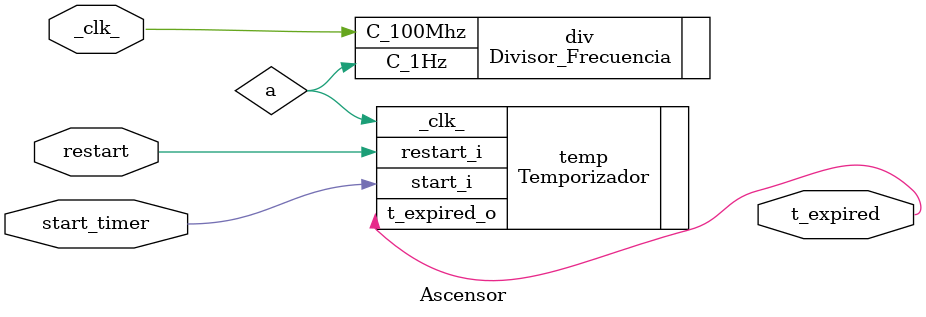
<source format=v>
`timescale 1ns / 1ps

module Ascensor( _clk_, start_timer, restart, t_expired);
/*
	wire [1:0] conector_1;
	wire conector_2;
	wire conector_3;
	wire conector_4;
	wire conector_5;
	wire conector_6;
	wire conector_7;
	wire conector_8;
	wire conector_9;
	wire conector_10;
	wire conector_11;
	
	
	MaquinaEstados maquina_estados(
		.accion (conector_1),
		.sensor_puerta (conector_2),
		.sensor_sobrepeso (conector_3),
		.clk (conector_4),
		.reset (conector_5),
		.state (conector_6),
		.t_expired (conector_7),
		.restart_timer (conector_8),
		.start_timer (conector_9)		
	);*/
	
	input _clk_, start_timer, restart;
	output wire t_expired;
	wire a;
	
	
	Divisor_Frecuencia div(
		.C_100Mhz(_clk_),
		.C_1Hz(a));
		
	Temporizador temp(
		._clk_(a),
		.start_i(start_timer),
		.restart_i(restart),
		.t_expired_o(t_expired));
endmodule

</source>
